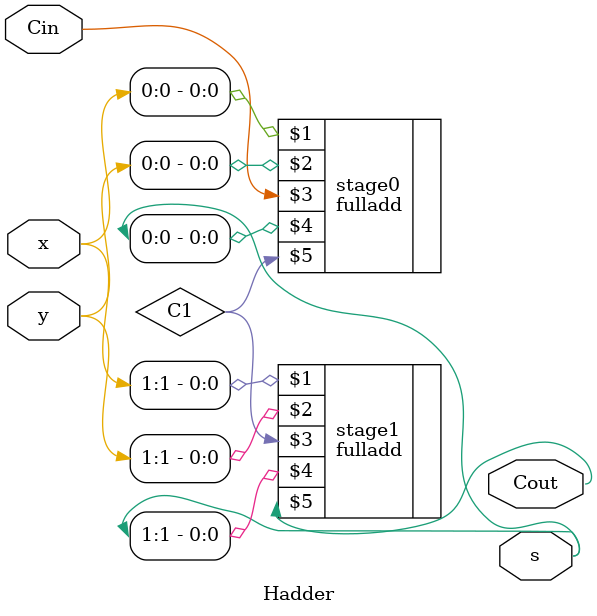
<source format=v>
`timescale 1ns / 1ps


module Hadder(x, y, Cin, s, Cout);

    input [1:0] x, y;
    input Cin;
    output Cout;
    output [1:0] s;
    
    wire C1;
    
    fulladd stage0 (x[0], y[0], Cin, s[0], C1);
    fulladd stage1 (x[1], y[1], C1, s[1], Cout);

endmodule

</source>
